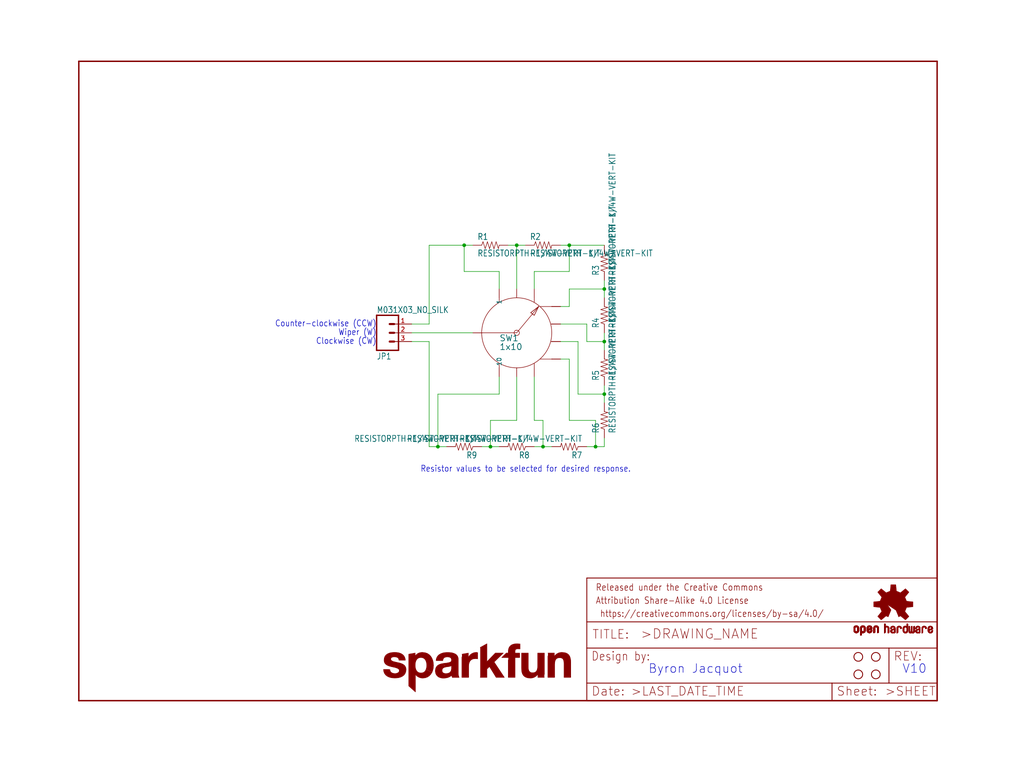
<source format=kicad_sch>
(kicad_sch (version 20211123) (generator eeschema)
  (paper "User" 297.002 223.926)
  (lib_symbols
    (symbol "schematicEagle-eagle-import:FRAME-LETTER"
      (symbol "FRAME-LETTER_2_0"
        (text " https://creativecommons.org/licenses/by-sa/4.0/" (at 2.54 24.13 0) (effects (font (size 1.9304 1.6408)) (justify left bottom)))
        (text ">DRAWING_NAME" (at 15.494 17.78 0) (effects (font (size 2.7432 2.7432)) (justify left bottom)))
        (text ">LAST_DATE_TIME" (at 12.7 1.27 0) (effects (font (size 2.54 2.54)) (justify left bottom)))
        (text ">SHEET" (at 86.36 1.27 0) (effects (font (size 2.54 2.54)) (justify left bottom)))
        (text "Attribution Share-Alike 4.0 License" (at 2.54 27.94 0) (effects (font (size 1.9304 1.6408)) (justify left bottom)))
        (text "Date:" (at 1.27 1.27 0) (effects (font (size 2.54 2.54)) (justify left bottom)))
        (text "Design by:" (at 1.27 11.43 0) (effects (font (size 2.54 2.159)) (justify left bottom)))
        (text "Released under the Creative Commons" (at 2.54 31.75 0) (effects (font (size 1.9304 1.6408)) (justify left bottom)))
        (text "REV:" (at 88.9 11.43 0) (effects (font (size 2.54 2.54)) (justify left bottom)))
        (text "Sheet:" (at 72.39 1.27 0) (effects (font (size 2.54 2.54)) (justify left bottom)))
        (text "TITLE:" (at 1.524 17.78 0) (effects (font (size 2.54 2.54)) (justify left bottom)))
      )
    )
    (symbol "schematicEagle-eagle-import:M031X03_NO_SILK"
      (property "Reference" "JP" (at -2.54 5.842 0))
      (property "Value" "M031X03_NO_SILK" (at -2.54 -7.62 0))
      (symbol "M031X03_NO_SILK_1_0"
        (pin passive line (at 7.62 -2.54 180) (length 5.08) (name "1") (number "1"))
        (pin passive line (at 7.62 0 180) (length 5.08) (name "2") (number "2"))
        (pin passive line (at 7.62 2.54 180) (length 5.08) (name "3") (number "3"))
      )
    )
    (symbol "schematicEagle-eagle-import:OSHW-LOGOM")
    (symbol "schematicEagle-eagle-import:RESISTORPTH-1{slash}4W-VERT-KIT"
      (property "Reference" "R" (at -3.81 1.4986 0))
      (property "Value" "RESISTORPTH-1{slash}4W-VERT-KIT" (at -3.81 -3.302 0))
      (symbol "RESISTORPTH-1{slash}4W-VERT-KIT_1_0"
        (pin passive line (at -5.08 0 0) (length 2.54) (name "1") (number "P$1"))
        (pin passive line (at 5.08 0 180) (length 2.54) (name "2") (number "P$2"))
      )
    )
    (symbol "schematicEagle-eagle-import:SFE_LOGO_NAME.1_INCH")
    (symbol "schematicEagle-eagle-import:STAND-OFF")
    (symbol "schematicEagle-eagle-import:SWITCH_ROTARY_1X10KIT"
      (property "Reference" "SW" (at -5.08 -2.54 0))
      (property "Value" "SWITCH_ROTARY_1X10KIT" (at -5.08 -5.08 0))
      (symbol "SWITCH_ROTARY_1X10KIT_1_0"
        (pin bidirectional line (at -5.08 12.7 270) (length 2.54) (name "1") (number "1"))
        (pin bidirectional line (at -5.08 -12.7 90) (length 2.54) (name "10") (number "10"))
        (pin bidirectional line (at 0 12.7 270) (length 2.54) (name "2") (number "2"))
        (pin bidirectional line (at 5.08 12.7 270) (length 2.54) (name "3") (number "3"))
        (pin bidirectional line (at 12.7 7.62 180) (length 2.54) (name "4") (number "4"))
        (pin bidirectional line (at 12.7 2.54 180) (length 2.54) (name "5") (number "5"))
        (pin bidirectional line (at 12.7 -2.54 180) (length 2.54) (name "6") (number "6"))
        (pin bidirectional line (at 12.7 -7.62 180) (length 2.54) (name "7") (number "7"))
        (pin bidirectional line (at 5.08 -12.7 90) (length 2.54) (name "8") (number "8"))
        (pin bidirectional line (at 0 -12.7 90) (length 2.54) (name "9") (number "9"))
        (pin bidirectional line (at -12.7 0 0) (length 2.54) (name "COMMON") (number "COMMON"))
      )
    )
  )
  (junction (at 175.26 83.82))
  (junction (at 175.26 99.06))
  (junction (at 127 129.54))
  (junction (at 142.24 129.54))
  (junction (at 165.1 71.12))
  (junction (at 149.86 71.12))
  (junction (at 157.48 129.54))
  (junction (at 134.62 71.12))
  (junction (at 172.72 129.54))
  (junction (at 175.26 114.3))
  (wire (pts (xy 149.86 109.22) (xy 149.86 121.92)))
  (wire (pts (xy 162.56 104.14) (xy 165.1 104.14)))
  (wire (pts (xy 154.94 121.92) (xy 154.94 109.22)))
  (wire (pts (xy 165.1 78.74) (xy 165.1 71.12)))
  (wire (pts (xy 175.26 111.76) (xy 175.26 114.3)))
  (wire (pts (xy 149.86 71.12) (xy 152.4 71.12)))
  (wire (pts (xy 175.26 99.06) (xy 175.26 101.6)))
  (wire (pts (xy 175.26 81.28) (xy 175.26 83.82)))
  (wire (pts (xy 170.18 99.06) (xy 175.26 99.06)))
  (wire (pts (xy 124.46 93.98) (xy 124.46 71.12)))
  (wire (pts (xy 162.56 99.06) (xy 167.64 99.06)))
  (wire (pts (xy 144.78 109.22) (xy 144.78 114.3)))
  (wire (pts (xy 160.02 129.54) (xy 157.48 129.54)))
  (wire (pts (xy 142.24 121.92) (xy 142.24 129.54)))
  (wire (pts (xy 175.26 129.54) (xy 172.72 129.54)))
  (wire (pts (xy 175.26 114.3) (xy 175.26 116.84)))
  (wire (pts (xy 172.72 129.54) (xy 170.18 129.54)))
  (wire (pts (xy 124.46 71.12) (xy 134.62 71.12)))
  (wire (pts (xy 175.26 83.82) (xy 175.26 86.36)))
  (wire (pts (xy 167.64 114.3) (xy 175.26 114.3)))
  (wire (pts (xy 127 114.3) (xy 127 129.54)))
  (wire (pts (xy 157.48 121.92) (xy 154.94 121.92)))
  (wire (pts (xy 175.26 127) (xy 175.26 129.54)))
  (wire (pts (xy 165.1 121.92) (xy 172.72 121.92)))
  (wire (pts (xy 165.1 71.12) (xy 162.56 71.12)))
  (wire (pts (xy 144.78 83.82) (xy 144.78 78.74)))
  (wire (pts (xy 119.38 96.52) (xy 137.16 96.52)))
  (wire (pts (xy 170.18 93.98) (xy 170.18 99.06)))
  (wire (pts (xy 165.1 71.12) (xy 175.26 71.12)))
  (wire (pts (xy 172.72 121.92) (xy 172.72 129.54)))
  (wire (pts (xy 134.62 71.12) (xy 137.16 71.12)))
  (wire (pts (xy 157.48 121.92) (xy 157.48 129.54)))
  (wire (pts (xy 134.62 78.74) (xy 134.62 71.12)))
  (wire (pts (xy 147.32 71.12) (xy 149.86 71.12)))
  (wire (pts (xy 162.56 88.9) (xy 165.1 88.9)))
  (wire (pts (xy 175.26 96.52) (xy 175.26 99.06)))
  (wire (pts (xy 127 129.54) (xy 129.54 129.54)))
  (wire (pts (xy 154.94 83.82) (xy 154.94 78.74)))
  (wire (pts (xy 144.78 114.3) (xy 127 114.3)))
  (wire (pts (xy 119.38 93.98) (xy 124.46 93.98)))
  (wire (pts (xy 154.94 78.74) (xy 165.1 78.74)))
  (wire (pts (xy 165.1 88.9) (xy 165.1 83.82)))
  (wire (pts (xy 162.56 93.98) (xy 170.18 93.98)))
  (wire (pts (xy 124.46 129.54) (xy 127 129.54)))
  (wire (pts (xy 157.48 129.54) (xy 154.94 129.54)))
  (wire (pts (xy 149.86 83.82) (xy 149.86 71.12)))
  (wire (pts (xy 144.78 78.74) (xy 134.62 78.74)))
  (wire (pts (xy 119.38 99.06) (xy 124.46 99.06)))
  (wire (pts (xy 167.64 99.06) (xy 167.64 114.3)))
  (wire (pts (xy 165.1 83.82) (xy 175.26 83.82)))
  (wire (pts (xy 165.1 104.14) (xy 165.1 121.92)))
  (wire (pts (xy 142.24 129.54) (xy 139.7 129.54)))
  (wire (pts (xy 144.78 129.54) (xy 142.24 129.54)))
  (wire (pts (xy 124.46 99.06) (xy 124.46 129.54)))
  (wire (pts (xy 149.86 121.92) (xy 142.24 121.92)))
  (text "V10" (at 261.62 195.58 180) (effects (font (size 2.54 2.54)) (justify left bottom)))
  (text "Resistor values to be selected for desired response." (at 121.92 137.16 0) (effects (font (size 1.778 1.5113)) (justify left bottom)))
  (text "Clockwise (CW)" (at 109.22 99.06 180) (effects (font (size 1.778 1.5113)) (justify right)))
  (text "Wiper (W)" (at 109.22 96.52 180) (effects (font (size 1.778 1.5113)) (justify right)))
  (text "Byron Jacquot" (at 187.96 195.58 180) (effects (font (size 2.54 2.54)) (justify left bottom)))
  (text "Counter-clockwise (CCW)" (at 109.22 93.98 180) (effects (font (size 1.778 1.5113)) (justify right)))
  (symbol (lib_id "schematicEagle-eagle-import:RESISTORPTH-1{slash}4W-VERT-KIT") (at 175.26 121.92 90) (unit 1)
    (property "Reference" "R6" (at 173.7614 125.73 0) (effects (font (size 1.778 1.5113)) (justify left bottom)))
    (property "Value" "RESISTORPTH-1{slash}4W-VERT-KIT" (at 178.562 125.73 0) (effects (font (size 1.778 1.5113)) (justify left bottom)))
    (property "Footprint" "schematicEagle:AXIAL-0.1EZ" (effects hide))
  )
  (symbol (lib_id "schematicEagle-eagle-import:RESISTORPTH-1{slash}4W-VERT-KIT") (at 142.24 71.12 0) (unit 1)
    (property "Reference" "R1" (at 138.43 69.6214 0) (effects (font (size 1.778 1.5113)) (justify left bottom)))
    (property "Value" "RESISTORPTH-1{slash}4W-VERT-KIT" (at 138.43 74.422 0) (effects (font (size 1.778 1.5113)) (justify left bottom)))
    (property "Footprint" "schematicEagle:AXIAL-0.1EZ" (effects hide))
  )
  (symbol (lib_id "schematicEagle-eagle-import:STAND-OFF") (at 254 195.58 0) (unit 1)
    (property "Reference" "STANDOFF2" (effects hide))
    (property "Value" "STAND-OFF" (effects hide))
    (property "Footprint" "schematicEagle:STAND-OFF" (effects hide))
  )
  (symbol (lib_id "schematicEagle-eagle-import:STAND-OFF") (at 254 190.5 0) (unit 1)
    (property "Reference" "STANDOFF1" (effects hide))
    (property "Value" "STAND-OFF" (effects hide))
    (property "Footprint" "schematicEagle:STAND-OFF" (effects hide))
  )
  (symbol (lib_id "schematicEagle-eagle-import:SFE_LOGO_NAME.1_INCH") (at 109.22 200.66 0) (unit 1)
    (property "Reference" "LOGO3" (effects hide))
    (property "Value" "SFE_LOGO_NAME.1_INCH" (effects hide))
    (property "Footprint" "schematicEagle:SFE_LOGO_NAME_.1" (effects hide))
  )
  (symbol (lib_id "schematicEagle-eagle-import:RESISTORPTH-1{slash}4W-VERT-KIT") (at 175.26 91.44 90) (unit 1)
    (property "Reference" "R4" (at 173.7614 95.25 0) (effects (font (size 1.778 1.5113)) (justify left bottom)))
    (property "Value" "RESISTORPTH-1{slash}4W-VERT-KIT" (at 178.562 95.25 0) (effects (font (size 1.778 1.5113)) (justify left bottom)))
    (property "Footprint" "schematicEagle:AXIAL-0.1EZ" (effects hide))
  )
  (symbol (lib_id "schematicEagle-eagle-import:FRAME-LETTER") (at 170.18 203.2 0) (unit 2)
    (property "Reference" "FRAME1" (effects hide))
    (property "Value" "FRAME-LETTER" (effects hide))
    (property "Footprint" "schematicEagle:CREATIVE_COMMONS" (effects hide))
  )
  (symbol (lib_id "schematicEagle-eagle-import:STAND-OFF") (at 248.92 195.58 0) (unit 1)
    (property "Reference" "STANDOFF6" (effects hide))
    (property "Value" "STAND-OFF" (effects hide))
    (property "Footprint" "schematicEagle:STAND-OFF" (effects hide))
  )
  (symbol (lib_id "schematicEagle-eagle-import:RESISTORPTH-1{slash}4W-VERT-KIT") (at 157.48 71.12 0) (unit 1)
    (property "Reference" "R2" (at 153.67 69.6214 0) (effects (font (size 1.778 1.5113)) (justify left bottom)))
    (property "Value" "RESISTORPTH-1{slash}4W-VERT-KIT" (at 153.67 74.422 0) (effects (font (size 1.778 1.5113)) (justify left bottom)))
    (property "Footprint" "schematicEagle:AXIAL-0.1EZ" (effects hide))
  )
  (symbol (lib_id "schematicEagle-eagle-import:RESISTORPTH-1{slash}4W-VERT-KIT") (at 175.26 106.68 90) (unit 1)
    (property "Reference" "R5" (at 173.7614 110.49 0) (effects (font (size 1.778 1.5113)) (justify left bottom)))
    (property "Value" "RESISTORPTH-1{slash}4W-VERT-KIT" (at 178.562 110.49 0) (effects (font (size 1.778 1.5113)) (justify left bottom)))
    (property "Footprint" "schematicEagle:AXIAL-0.1EZ" (effects hide))
  )
  (symbol (lib_id "schematicEagle-eagle-import:M031X03_NO_SILK") (at 111.76 96.52 0) (mirror x) (unit 1)
    (property "Reference" "JP1" (at 109.22 102.362 0) (effects (font (size 1.778 1.5113)) (justify left bottom)))
    (property "Value" "M031X03_NO_SILK" (at 109.22 88.9 0) (effects (font (size 1.778 1.5113)) (justify left bottom)))
    (property "Footprint" "schematicEagle:1X03_NO_SILK" (effects hide))
  )
  (symbol (lib_id "schematicEagle-eagle-import:SWITCH_ROTARY_1X10KIT") (at 149.86 96.52 0) (unit 1)
    (property "Reference" "SW1" (at 144.78 99.06 0) (effects (font (size 1.778 1.778)) (justify left bottom)))
    (property "Value" "1x10" (at 144.78 101.6 0) (effects (font (size 1.778 1.778)) (justify left bottom)))
    (property "Footprint" "schematicEagle:ROTARY_SWITCH_1X10_KIT" (effects hide))
  )
  (symbol (lib_id "schematicEagle-eagle-import:RESISTORPTH-1{slash}4W-VERT-KIT") (at 175.26 76.2 90) (unit 1)
    (property "Reference" "R3" (at 173.7614 80.01 0) (effects (font (size 1.778 1.5113)) (justify left bottom)))
    (property "Value" "RESISTORPTH-1{slash}4W-VERT-KIT" (at 178.562 80.01 0) (effects (font (size 1.778 1.5113)) (justify left bottom)))
    (property "Footprint" "schematicEagle:AXIAL-0.1EZ" (effects hide))
  )
  (symbol (lib_id "schematicEagle-eagle-import:RESISTORPTH-1{slash}4W-VERT-KIT") (at 165.1 129.54 180) (unit 1)
    (property "Reference" "R7" (at 168.91 131.0386 0) (effects (font (size 1.778 1.5113)) (justify left bottom)))
    (property "Value" "RESISTORPTH-1{slash}4W-VERT-KIT" (at 168.91 126.238 0) (effects (font (size 1.778 1.5113)) (justify left bottom)))
    (property "Footprint" "schematicEagle:AXIAL-0.1EZ" (effects hide))
  )
  (symbol (lib_id "schematicEagle-eagle-import:RESISTORPTH-1{slash}4W-VERT-KIT") (at 149.86 129.54 180) (unit 1)
    (property "Reference" "R8" (at 153.67 131.0386 0) (effects (font (size 1.778 1.5113)) (justify left bottom)))
    (property "Value" "RESISTORPTH-1{slash}4W-VERT-KIT" (at 153.67 126.238 0) (effects (font (size 1.778 1.5113)) (justify left bottom)))
    (property "Footprint" "schematicEagle:AXIAL-0.1EZ" (effects hide))
  )
  (symbol (lib_id "schematicEagle-eagle-import:OSHW-LOGOM") (at 259.08 175.26 0) (unit 1)
    (property "Reference" "LOGO1" (effects hide))
    (property "Value" "OSHW-LOGOM" (effects hide))
    (property "Footprint" "schematicEagle:OSHW-LOGO-M" (effects hide))
  )
  (symbol (lib_id "schematicEagle-eagle-import:STAND-OFF") (at 248.92 190.5 0) (unit 1)
    (property "Reference" "STANDOFF5" (effects hide))
    (property "Value" "STAND-OFF" (effects hide))
    (property "Footprint" "schematicEagle:STAND-OFF" (effects hide))
  )
  (symbol (lib_id "schematicEagle-eagle-import:FRAME-LETTER") (at 22.86 203.2 0) (unit 1)
    (property "Reference" "FRAME1" (effects hide))
    (property "Value" "FRAME-LETTER" (effects hide))
    (property "Footprint" "schematicEagle:CREATIVE_COMMONS" (effects hide))
  )
  (symbol (lib_id "schematicEagle-eagle-import:RESISTORPTH-1{slash}4W-VERT-KIT") (at 134.62 129.54 180) (unit 1)
    (property "Reference" "R9" (at 138.43 131.0386 0) (effects (font (size 1.778 1.5113)) (justify left bottom)))
    (property "Value" "RESISTORPTH-1{slash}4W-VERT-KIT" (at 138.43 126.238 0) (effects (font (size 1.778 1.5113)) (justify left bottom)))
    (property "Footprint" "schematicEagle:AXIAL-0.1EZ" (effects hide))
  )
)
</source>
